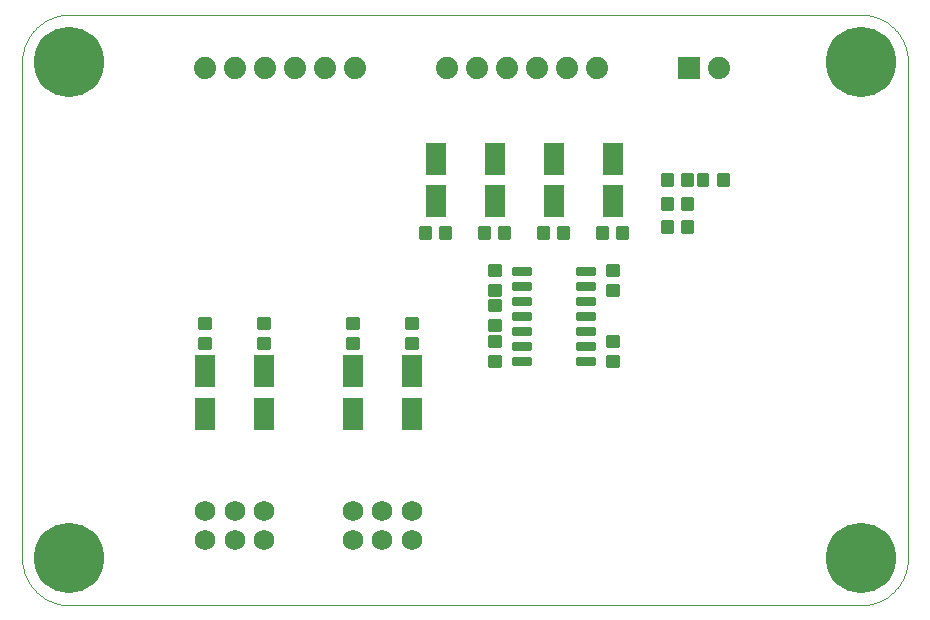
<source format=gts>
G75*
%MOIN*%
%OFA0B0*%
%FSLAX25Y25*%
%IPPOS*%
%LPD*%
%AMOC8*
5,1,8,0,0,1.08239X$1,22.5*
%
%ADD10C,0.00000*%
%ADD11R,0.06699X0.10636*%
%ADD12C,0.01388*%
%ADD13R,0.07400X0.07400*%
%ADD14C,0.07400*%
%ADD15C,0.23400*%
%ADD16C,0.00994*%
%ADD17C,0.06896*%
D10*
X0024622Y0042589D02*
X0288402Y0042589D01*
X0288783Y0042594D01*
X0289163Y0042607D01*
X0289543Y0042630D01*
X0289922Y0042663D01*
X0290300Y0042704D01*
X0290677Y0042754D01*
X0291053Y0042814D01*
X0291428Y0042882D01*
X0291800Y0042960D01*
X0292171Y0043047D01*
X0292539Y0043142D01*
X0292905Y0043247D01*
X0293268Y0043360D01*
X0293629Y0043482D01*
X0293986Y0043612D01*
X0294340Y0043752D01*
X0294691Y0043899D01*
X0295038Y0044056D01*
X0295381Y0044220D01*
X0295720Y0044393D01*
X0296055Y0044574D01*
X0296386Y0044763D01*
X0296711Y0044960D01*
X0297032Y0045164D01*
X0297348Y0045377D01*
X0297658Y0045597D01*
X0297964Y0045824D01*
X0298263Y0046059D01*
X0298557Y0046301D01*
X0298845Y0046549D01*
X0299127Y0046805D01*
X0299402Y0047068D01*
X0299671Y0047337D01*
X0299934Y0047612D01*
X0300190Y0047894D01*
X0300438Y0048182D01*
X0300680Y0048476D01*
X0300915Y0048775D01*
X0301142Y0049081D01*
X0301362Y0049391D01*
X0301575Y0049707D01*
X0301779Y0050028D01*
X0301976Y0050353D01*
X0302165Y0050684D01*
X0302346Y0051019D01*
X0302519Y0051358D01*
X0302683Y0051701D01*
X0302840Y0052048D01*
X0302987Y0052399D01*
X0303127Y0052753D01*
X0303257Y0053110D01*
X0303379Y0053471D01*
X0303492Y0053834D01*
X0303597Y0054200D01*
X0303692Y0054568D01*
X0303779Y0054939D01*
X0303857Y0055311D01*
X0303925Y0055686D01*
X0303985Y0056062D01*
X0304035Y0056439D01*
X0304076Y0056817D01*
X0304109Y0057196D01*
X0304132Y0057576D01*
X0304145Y0057956D01*
X0304150Y0058337D01*
X0304150Y0223691D01*
X0304145Y0224072D01*
X0304132Y0224452D01*
X0304109Y0224832D01*
X0304076Y0225211D01*
X0304035Y0225589D01*
X0303985Y0225966D01*
X0303925Y0226342D01*
X0303857Y0226717D01*
X0303779Y0227089D01*
X0303692Y0227460D01*
X0303597Y0227828D01*
X0303492Y0228194D01*
X0303379Y0228557D01*
X0303257Y0228918D01*
X0303127Y0229275D01*
X0302987Y0229629D01*
X0302840Y0229980D01*
X0302683Y0230327D01*
X0302519Y0230670D01*
X0302346Y0231009D01*
X0302165Y0231344D01*
X0301976Y0231675D01*
X0301779Y0232000D01*
X0301575Y0232321D01*
X0301362Y0232637D01*
X0301142Y0232947D01*
X0300915Y0233253D01*
X0300680Y0233552D01*
X0300438Y0233846D01*
X0300190Y0234134D01*
X0299934Y0234416D01*
X0299671Y0234691D01*
X0299402Y0234960D01*
X0299127Y0235223D01*
X0298845Y0235479D01*
X0298557Y0235727D01*
X0298263Y0235969D01*
X0297964Y0236204D01*
X0297658Y0236431D01*
X0297348Y0236651D01*
X0297032Y0236864D01*
X0296711Y0237068D01*
X0296386Y0237265D01*
X0296055Y0237454D01*
X0295720Y0237635D01*
X0295381Y0237808D01*
X0295038Y0237972D01*
X0294691Y0238129D01*
X0294340Y0238276D01*
X0293986Y0238416D01*
X0293629Y0238546D01*
X0293268Y0238668D01*
X0292905Y0238781D01*
X0292539Y0238886D01*
X0292171Y0238981D01*
X0291800Y0239068D01*
X0291428Y0239146D01*
X0291053Y0239214D01*
X0290677Y0239274D01*
X0290300Y0239324D01*
X0289922Y0239365D01*
X0289543Y0239398D01*
X0289163Y0239421D01*
X0288783Y0239434D01*
X0288402Y0239439D01*
X0024622Y0239439D01*
X0024241Y0239434D01*
X0023861Y0239421D01*
X0023481Y0239398D01*
X0023102Y0239365D01*
X0022724Y0239324D01*
X0022347Y0239274D01*
X0021971Y0239214D01*
X0021596Y0239146D01*
X0021224Y0239068D01*
X0020853Y0238981D01*
X0020485Y0238886D01*
X0020119Y0238781D01*
X0019756Y0238668D01*
X0019395Y0238546D01*
X0019038Y0238416D01*
X0018684Y0238276D01*
X0018333Y0238129D01*
X0017986Y0237972D01*
X0017643Y0237808D01*
X0017304Y0237635D01*
X0016969Y0237454D01*
X0016638Y0237265D01*
X0016313Y0237068D01*
X0015992Y0236864D01*
X0015676Y0236651D01*
X0015366Y0236431D01*
X0015060Y0236204D01*
X0014761Y0235969D01*
X0014467Y0235727D01*
X0014179Y0235479D01*
X0013897Y0235223D01*
X0013622Y0234960D01*
X0013353Y0234691D01*
X0013090Y0234416D01*
X0012834Y0234134D01*
X0012586Y0233846D01*
X0012344Y0233552D01*
X0012109Y0233253D01*
X0011882Y0232947D01*
X0011662Y0232637D01*
X0011449Y0232321D01*
X0011245Y0232000D01*
X0011048Y0231675D01*
X0010859Y0231344D01*
X0010678Y0231009D01*
X0010505Y0230670D01*
X0010341Y0230327D01*
X0010184Y0229980D01*
X0010037Y0229629D01*
X0009897Y0229275D01*
X0009767Y0228918D01*
X0009645Y0228557D01*
X0009532Y0228194D01*
X0009427Y0227828D01*
X0009332Y0227460D01*
X0009245Y0227089D01*
X0009167Y0226717D01*
X0009099Y0226342D01*
X0009039Y0225966D01*
X0008989Y0225589D01*
X0008948Y0225211D01*
X0008915Y0224832D01*
X0008892Y0224452D01*
X0008879Y0224072D01*
X0008874Y0223691D01*
X0008874Y0058337D01*
X0008879Y0057956D01*
X0008892Y0057576D01*
X0008915Y0057196D01*
X0008948Y0056817D01*
X0008989Y0056439D01*
X0009039Y0056062D01*
X0009099Y0055686D01*
X0009167Y0055311D01*
X0009245Y0054939D01*
X0009332Y0054568D01*
X0009427Y0054200D01*
X0009532Y0053834D01*
X0009645Y0053471D01*
X0009767Y0053110D01*
X0009897Y0052753D01*
X0010037Y0052399D01*
X0010184Y0052048D01*
X0010341Y0051701D01*
X0010505Y0051358D01*
X0010678Y0051019D01*
X0010859Y0050684D01*
X0011048Y0050353D01*
X0011245Y0050028D01*
X0011449Y0049707D01*
X0011662Y0049391D01*
X0011882Y0049081D01*
X0012109Y0048775D01*
X0012344Y0048476D01*
X0012586Y0048182D01*
X0012834Y0047894D01*
X0013090Y0047612D01*
X0013353Y0047337D01*
X0013622Y0047068D01*
X0013897Y0046805D01*
X0014179Y0046549D01*
X0014467Y0046301D01*
X0014761Y0046059D01*
X0015060Y0045824D01*
X0015366Y0045597D01*
X0015676Y0045377D01*
X0015992Y0045164D01*
X0016313Y0044960D01*
X0016638Y0044763D01*
X0016969Y0044574D01*
X0017304Y0044393D01*
X0017643Y0044220D01*
X0017986Y0044056D01*
X0018333Y0043899D01*
X0018684Y0043752D01*
X0019038Y0043612D01*
X0019395Y0043482D01*
X0019756Y0043360D01*
X0020119Y0043247D01*
X0020485Y0043142D01*
X0020853Y0043047D01*
X0021224Y0042960D01*
X0021596Y0042882D01*
X0021971Y0042814D01*
X0022347Y0042754D01*
X0022724Y0042704D01*
X0023102Y0042663D01*
X0023481Y0042630D01*
X0023861Y0042607D01*
X0024241Y0042594D01*
X0024622Y0042589D01*
D11*
X0069898Y0106368D03*
X0069898Y0120541D03*
X0089583Y0120541D03*
X0089583Y0106368D03*
X0119110Y0106368D03*
X0119110Y0120541D03*
X0138795Y0120541D03*
X0138795Y0106368D03*
X0146669Y0177234D03*
X0146669Y0191407D03*
X0166354Y0191407D03*
X0166354Y0177234D03*
X0186039Y0177234D03*
X0186039Y0191407D03*
X0205724Y0191407D03*
X0205724Y0177234D03*
D12*
X0203852Y0168275D02*
X0200904Y0168275D01*
X0203852Y0168275D02*
X0203852Y0164933D01*
X0200904Y0164933D01*
X0200904Y0168275D01*
X0200904Y0166252D02*
X0203852Y0166252D01*
X0203852Y0167571D02*
X0200904Y0167571D01*
X0207597Y0168275D02*
X0210545Y0168275D01*
X0210545Y0164933D01*
X0207597Y0164933D01*
X0207597Y0168275D01*
X0207597Y0166252D02*
X0210545Y0166252D01*
X0210545Y0167571D02*
X0207597Y0167571D01*
X0207395Y0155677D02*
X0207395Y0152729D01*
X0204053Y0152729D01*
X0204053Y0155677D01*
X0207395Y0155677D01*
X0207395Y0154048D02*
X0204053Y0154048D01*
X0204053Y0155367D02*
X0207395Y0155367D01*
X0207395Y0148984D02*
X0207395Y0146036D01*
X0204053Y0146036D01*
X0204053Y0148984D01*
X0207395Y0148984D01*
X0207395Y0147355D02*
X0204053Y0147355D01*
X0204053Y0148674D02*
X0207395Y0148674D01*
X0204053Y0132055D02*
X0204053Y0129107D01*
X0204053Y0132055D02*
X0207395Y0132055D01*
X0207395Y0129107D01*
X0204053Y0129107D01*
X0204053Y0130426D02*
X0207395Y0130426D01*
X0207395Y0131745D02*
X0204053Y0131745D01*
X0204053Y0125362D02*
X0204053Y0122414D01*
X0204053Y0125362D02*
X0207395Y0125362D01*
X0207395Y0122414D01*
X0204053Y0122414D01*
X0204053Y0123733D02*
X0207395Y0123733D01*
X0207395Y0125052D02*
X0204053Y0125052D01*
X0164683Y0125362D02*
X0164683Y0122414D01*
X0164683Y0125362D02*
X0168025Y0125362D01*
X0168025Y0122414D01*
X0164683Y0122414D01*
X0164683Y0123733D02*
X0168025Y0123733D01*
X0168025Y0125052D02*
X0164683Y0125052D01*
X0164683Y0129107D02*
X0164683Y0132055D01*
X0168025Y0132055D01*
X0168025Y0129107D01*
X0164683Y0129107D01*
X0164683Y0130426D02*
X0168025Y0130426D01*
X0168025Y0131745D02*
X0164683Y0131745D01*
X0168025Y0134225D02*
X0168025Y0137173D01*
X0168025Y0134225D02*
X0164683Y0134225D01*
X0164683Y0137173D01*
X0168025Y0137173D01*
X0168025Y0135544D02*
X0164683Y0135544D01*
X0164683Y0136863D02*
X0168025Y0136863D01*
X0168025Y0140918D02*
X0168025Y0143866D01*
X0168025Y0140918D02*
X0164683Y0140918D01*
X0164683Y0143866D01*
X0168025Y0143866D01*
X0168025Y0142237D02*
X0164683Y0142237D01*
X0164683Y0143556D02*
X0168025Y0143556D01*
X0168025Y0146036D02*
X0168025Y0148984D01*
X0168025Y0146036D02*
X0164683Y0146036D01*
X0164683Y0148984D01*
X0168025Y0148984D01*
X0168025Y0147355D02*
X0164683Y0147355D01*
X0164683Y0148674D02*
X0168025Y0148674D01*
X0168025Y0152729D02*
X0168025Y0155677D01*
X0168025Y0152729D02*
X0164683Y0152729D01*
X0164683Y0155677D01*
X0168025Y0155677D01*
X0168025Y0154048D02*
X0164683Y0154048D01*
X0164683Y0155367D02*
X0168025Y0155367D01*
X0168227Y0168275D02*
X0171175Y0168275D01*
X0171175Y0164933D01*
X0168227Y0164933D01*
X0168227Y0168275D01*
X0168227Y0166252D02*
X0171175Y0166252D01*
X0171175Y0167571D02*
X0168227Y0167571D01*
X0164482Y0168275D02*
X0161534Y0168275D01*
X0164482Y0168275D02*
X0164482Y0164933D01*
X0161534Y0164933D01*
X0161534Y0168275D01*
X0161534Y0166252D02*
X0164482Y0166252D01*
X0164482Y0167571D02*
X0161534Y0167571D01*
X0151490Y0168275D02*
X0148542Y0168275D01*
X0151490Y0168275D02*
X0151490Y0164933D01*
X0148542Y0164933D01*
X0148542Y0168275D01*
X0148542Y0166252D02*
X0151490Y0166252D01*
X0151490Y0167571D02*
X0148542Y0167571D01*
X0144797Y0168275D02*
X0141849Y0168275D01*
X0144797Y0168275D02*
X0144797Y0164933D01*
X0141849Y0164933D01*
X0141849Y0168275D01*
X0141849Y0166252D02*
X0144797Y0166252D01*
X0144797Y0167571D02*
X0141849Y0167571D01*
X0140466Y0137960D02*
X0140466Y0135012D01*
X0137124Y0135012D01*
X0137124Y0137960D01*
X0140466Y0137960D01*
X0140466Y0136331D02*
X0137124Y0136331D01*
X0137124Y0137650D02*
X0140466Y0137650D01*
X0140466Y0131267D02*
X0140466Y0128319D01*
X0137124Y0128319D01*
X0137124Y0131267D01*
X0140466Y0131267D01*
X0140466Y0129638D02*
X0137124Y0129638D01*
X0137124Y0130957D02*
X0140466Y0130957D01*
X0120781Y0131267D02*
X0120781Y0128319D01*
X0117439Y0128319D01*
X0117439Y0131267D01*
X0120781Y0131267D01*
X0120781Y0129638D02*
X0117439Y0129638D01*
X0117439Y0130957D02*
X0120781Y0130957D01*
X0120781Y0135012D02*
X0120781Y0137960D01*
X0120781Y0135012D02*
X0117439Y0135012D01*
X0117439Y0137960D01*
X0120781Y0137960D01*
X0120781Y0136331D02*
X0117439Y0136331D01*
X0117439Y0137650D02*
X0120781Y0137650D01*
X0091254Y0137960D02*
X0091254Y0135012D01*
X0087912Y0135012D01*
X0087912Y0137960D01*
X0091254Y0137960D01*
X0091254Y0136331D02*
X0087912Y0136331D01*
X0087912Y0137650D02*
X0091254Y0137650D01*
X0091254Y0131267D02*
X0091254Y0128319D01*
X0087912Y0128319D01*
X0087912Y0131267D01*
X0091254Y0131267D01*
X0091254Y0129638D02*
X0087912Y0129638D01*
X0087912Y0130957D02*
X0091254Y0130957D01*
X0071569Y0131267D02*
X0071569Y0128319D01*
X0068227Y0128319D01*
X0068227Y0131267D01*
X0071569Y0131267D01*
X0071569Y0129638D02*
X0068227Y0129638D01*
X0068227Y0130957D02*
X0071569Y0130957D01*
X0071569Y0135012D02*
X0071569Y0137960D01*
X0071569Y0135012D02*
X0068227Y0135012D01*
X0068227Y0137960D01*
X0071569Y0137960D01*
X0071569Y0136331D02*
X0068227Y0136331D01*
X0068227Y0137650D02*
X0071569Y0137650D01*
X0181219Y0168275D02*
X0184167Y0168275D01*
X0184167Y0164933D01*
X0181219Y0164933D01*
X0181219Y0168275D01*
X0181219Y0166252D02*
X0184167Y0166252D01*
X0184167Y0167571D02*
X0181219Y0167571D01*
X0187912Y0168275D02*
X0190860Y0168275D01*
X0190860Y0164933D01*
X0187912Y0164933D01*
X0187912Y0168275D01*
X0187912Y0166252D02*
X0190860Y0166252D01*
X0190860Y0167571D02*
X0187912Y0167571D01*
X0222557Y0166902D02*
X0225505Y0166902D01*
X0222557Y0166902D02*
X0222557Y0170244D01*
X0225505Y0170244D01*
X0225505Y0166902D01*
X0225505Y0168221D02*
X0222557Y0168221D01*
X0222557Y0169540D02*
X0225505Y0169540D01*
X0229250Y0166902D02*
X0232198Y0166902D01*
X0229250Y0166902D02*
X0229250Y0170244D01*
X0232198Y0170244D01*
X0232198Y0166902D01*
X0232198Y0168221D02*
X0229250Y0168221D01*
X0229250Y0169540D02*
X0232198Y0169540D01*
X0232198Y0178118D02*
X0229250Y0178118D01*
X0232198Y0178118D02*
X0232198Y0174776D01*
X0229250Y0174776D01*
X0229250Y0178118D01*
X0229250Y0176095D02*
X0232198Y0176095D01*
X0232198Y0177414D02*
X0229250Y0177414D01*
X0225505Y0178118D02*
X0222557Y0178118D01*
X0225505Y0178118D02*
X0225505Y0174776D01*
X0222557Y0174776D01*
X0222557Y0178118D01*
X0222557Y0176095D02*
X0225505Y0176095D01*
X0225505Y0177414D02*
X0222557Y0177414D01*
X0222557Y0182650D02*
X0225505Y0182650D01*
X0222557Y0182650D02*
X0222557Y0185992D01*
X0225505Y0185992D01*
X0225505Y0182650D01*
X0225505Y0183969D02*
X0222557Y0183969D01*
X0222557Y0185288D02*
X0225505Y0185288D01*
X0229250Y0182650D02*
X0232198Y0182650D01*
X0229250Y0182650D02*
X0229250Y0185992D01*
X0232198Y0185992D01*
X0232198Y0182650D01*
X0232198Y0183969D02*
X0229250Y0183969D01*
X0229250Y0185288D02*
X0232198Y0185288D01*
X0234369Y0182650D02*
X0237317Y0182650D01*
X0234369Y0182650D02*
X0234369Y0185992D01*
X0237317Y0185992D01*
X0237317Y0182650D01*
X0237317Y0183969D02*
X0234369Y0183969D01*
X0234369Y0185288D02*
X0237317Y0185288D01*
X0241061Y0182650D02*
X0244009Y0182650D01*
X0241061Y0182650D02*
X0241061Y0185992D01*
X0244009Y0185992D01*
X0244009Y0182650D01*
X0244009Y0183969D02*
X0241061Y0183969D01*
X0241061Y0185288D02*
X0244009Y0185288D01*
D13*
X0231315Y0221722D03*
D14*
X0241315Y0221722D03*
X0200606Y0221722D03*
X0190606Y0221722D03*
X0180606Y0221722D03*
X0170606Y0221722D03*
X0160606Y0221722D03*
X0150606Y0221722D03*
X0119898Y0221722D03*
X0109898Y0221722D03*
X0099898Y0221722D03*
X0089898Y0221722D03*
X0079898Y0221722D03*
X0069898Y0221722D03*
D15*
X0024622Y0223691D03*
X0024622Y0058337D03*
X0288402Y0058337D03*
X0288402Y0223691D03*
D16*
X0193915Y0154929D02*
X0193915Y0153161D01*
X0193915Y0154929D02*
X0199423Y0154929D01*
X0199423Y0153161D01*
X0193915Y0153161D01*
X0193915Y0154105D02*
X0199423Y0154105D01*
X0193915Y0149929D02*
X0193915Y0148161D01*
X0193915Y0149929D02*
X0199423Y0149929D01*
X0199423Y0148161D01*
X0193915Y0148161D01*
X0193915Y0149105D02*
X0199423Y0149105D01*
X0193915Y0144929D02*
X0193915Y0143161D01*
X0193915Y0144929D02*
X0199423Y0144929D01*
X0199423Y0143161D01*
X0193915Y0143161D01*
X0193915Y0144105D02*
X0199423Y0144105D01*
X0193915Y0139929D02*
X0193915Y0138161D01*
X0193915Y0139929D02*
X0199423Y0139929D01*
X0199423Y0138161D01*
X0193915Y0138161D01*
X0193915Y0139105D02*
X0199423Y0139105D01*
X0193915Y0134929D02*
X0193915Y0133161D01*
X0193915Y0134929D02*
X0199423Y0134929D01*
X0199423Y0133161D01*
X0193915Y0133161D01*
X0193915Y0134105D02*
X0199423Y0134105D01*
X0193915Y0129929D02*
X0193915Y0128161D01*
X0193915Y0129929D02*
X0199423Y0129929D01*
X0199423Y0128161D01*
X0193915Y0128161D01*
X0193915Y0129105D02*
X0199423Y0129105D01*
X0193915Y0124929D02*
X0193915Y0123161D01*
X0193915Y0124929D02*
X0199423Y0124929D01*
X0199423Y0123161D01*
X0193915Y0123161D01*
X0193915Y0124105D02*
X0199423Y0124105D01*
X0172655Y0124929D02*
X0172655Y0123161D01*
X0172655Y0124929D02*
X0178163Y0124929D01*
X0178163Y0123161D01*
X0172655Y0123161D01*
X0172655Y0124105D02*
X0178163Y0124105D01*
X0172655Y0128161D02*
X0172655Y0129929D01*
X0178163Y0129929D01*
X0178163Y0128161D01*
X0172655Y0128161D01*
X0172655Y0129105D02*
X0178163Y0129105D01*
X0172655Y0133161D02*
X0172655Y0134929D01*
X0178163Y0134929D01*
X0178163Y0133161D01*
X0172655Y0133161D01*
X0172655Y0134105D02*
X0178163Y0134105D01*
X0172655Y0138161D02*
X0172655Y0139929D01*
X0178163Y0139929D01*
X0178163Y0138161D01*
X0172655Y0138161D01*
X0172655Y0139105D02*
X0178163Y0139105D01*
X0172655Y0143161D02*
X0172655Y0144929D01*
X0178163Y0144929D01*
X0178163Y0143161D01*
X0172655Y0143161D01*
X0172655Y0144105D02*
X0178163Y0144105D01*
X0172655Y0148161D02*
X0172655Y0149929D01*
X0178163Y0149929D01*
X0178163Y0148161D01*
X0172655Y0148161D01*
X0172655Y0149105D02*
X0178163Y0149105D01*
X0172655Y0153161D02*
X0172655Y0154929D01*
X0178163Y0154929D01*
X0178163Y0153161D01*
X0172655Y0153161D01*
X0172655Y0154105D02*
X0178163Y0154105D01*
D17*
X0138795Y0074085D03*
X0128953Y0074085D03*
X0119110Y0074085D03*
X0119110Y0064242D03*
X0128953Y0064242D03*
X0138795Y0064242D03*
X0089583Y0064242D03*
X0079740Y0064242D03*
X0069898Y0064242D03*
X0069898Y0074085D03*
X0079740Y0074085D03*
X0089583Y0074085D03*
M02*

</source>
